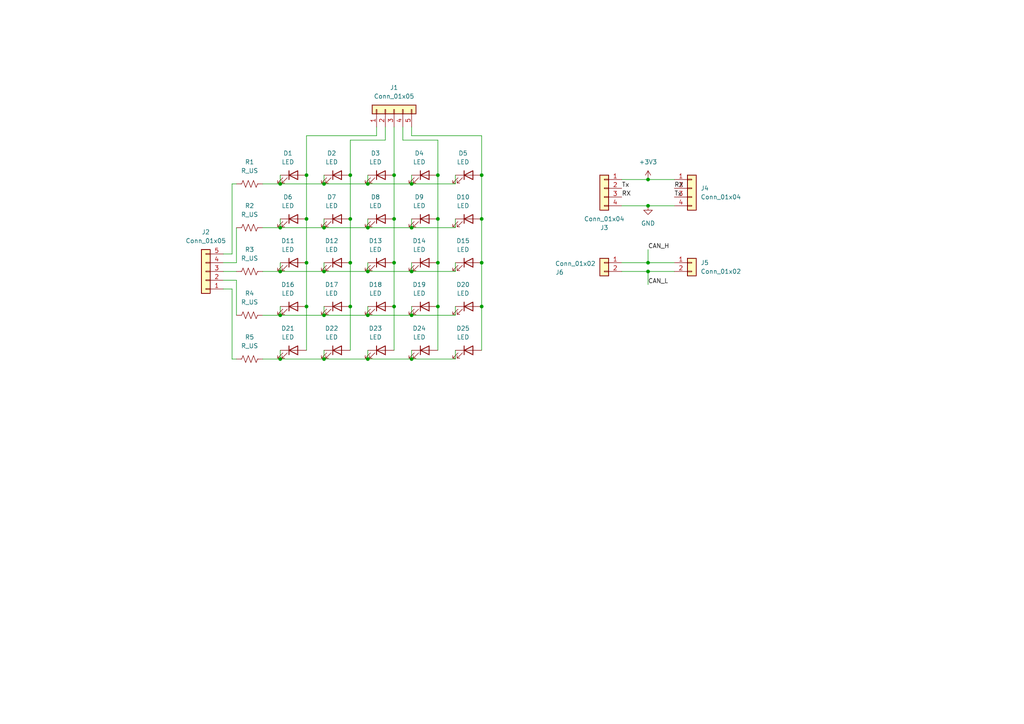
<source format=kicad_sch>
(kicad_sch (version 20231120) (generator "eeschema") (generator_version "8.0")
  (paper "A4")
  (lib_symbols
    (symbol "Connector_Generic:Conn_01x02" (pin_names (offset 1.016) hide)
      (property "Reference" "J" (at 0 2.54 0))
      (property "Value" "Conn_01x02" (at 0 -5.08 0))
      (symbol "Conn_01x02_1_1"
        (rectangle (start -1.27 -2.413) (end 0 -2.667) (stroke (width 0.1524)))
        (rectangle (start -1.27 0.127) (end 0 -0.127) (stroke (width 0.1524)))
        (rectangle (start -1.27 1.27) (end 1.27 -3.81) (stroke (width 0.254)) (fill (type background)))
        (pin passive line (at -5.08 0 0) (length 3.81) (name "Pin_1") (number "1"))
        (pin passive line (at -5.08 -2.54 0) (length 3.81) (name "Pin_2") (number "2"))
      )
    )
    (symbol "Connector_Generic:Conn_01x04" (pin_names (offset 1.016) hide)
      (property "Reference" "J" (at 0 5.08 0))
      (property "Value" "Conn_01x04" (at 0 -7.62 0))
      (symbol "Conn_01x04_1_1"
        (rectangle (start -1.27 -4.953) (end 0 -5.207) (stroke (width 0.1524)))
        (rectangle (start -1.27 -2.413) (end 0 -2.667) (stroke (width 0.1524)))
        (rectangle (start -1.27 0.127) (end 0 -0.127) (stroke (width 0.1524)))
        (rectangle (start -1.27 2.667) (end 0 2.413) (stroke (width 0.1524)))
        (rectangle (start -1.27 3.81) (end 1.27 -6.35) (stroke (width 0.254)) (fill (type background)))
        (pin passive line (at -5.08 2.54 0) (length 3.81) (name "Pin_1") (number "1"))
        (pin passive line (at -5.08 0 0) (length 3.81) (name "Pin_2") (number "2"))
        (pin passive line (at -5.08 -2.54 0) (length 3.81) (name "Pin_3") (number "3"))
        (pin passive line (at -5.08 -5.08 0) (length 3.81) (name "Pin_4") (number "4"))
      )
    )
    (symbol "Connector_Generic:Conn_01x05" (pin_names (offset 1.016) hide)
      (property "Reference" "J" (at 0 7.62 0))
      (property "Value" "Conn_01x05" (at 0 -7.62 0))
      (symbol "Conn_01x05_1_1"
        (rectangle (start -1.27 -4.953) (end 0 -5.207) (stroke (width 0.1524)))
        (rectangle (start -1.27 -2.413) (end 0 -2.667) (stroke (width 0.1524)))
        (rectangle (start -1.27 0.127) (end 0 -0.127) (stroke (width 0.1524)))
        (rectangle (start -1.27 2.667) (end 0 2.413) (stroke (width 0.1524)))
        (rectangle (start -1.27 5.207) (end 0 4.953) (stroke (width 0.1524)))
        (rectangle (start -1.27 6.35) (end 1.27 -6.35) (stroke (width 0.254)) (fill (type background)))
        (pin passive line (at -5.08 5.08 0) (length 3.81) (name "Pin_1") (number "1"))
        (pin passive line (at -5.08 2.54 0) (length 3.81) (name "Pin_2") (number "2"))
        (pin passive line (at -5.08 0 0) (length 3.81) (name "Pin_3") (number "3"))
        (pin passive line (at -5.08 -2.54 0) (length 3.81) (name "Pin_4") (number "4"))
        (pin passive line (at -5.08 -5.08 0) (length 3.81) (name "Pin_5") (number "5"))
      )
    )
    (symbol "Device:LED" (pin_numbers hide) (pin_names (offset 1.016) hide)
      (property "Reference" "D" (at 0 2.54 0))
      (property "Value" "LED" (at 0 -2.54 0))
      (symbol "LED_0_1"
        (polyline (pts (xy -1.27 -1.27) (xy -1.27 1.27)) (stroke (width 0.254)))
        (polyline (pts (xy -1.27 0) (xy 1.27 0)))
        (polyline (pts (xy 1.27 -1.27) (xy 1.27 1.27) (xy -1.27 0) (xy 1.27 -1.27)) (stroke (width 0.254)))
        (polyline (pts (xy -3.048 -0.762) (xy -4.572 -2.286) (xy -3.81 -2.286) (xy -4.572 -2.286) (xy -4.572 -1.524)))
        (polyline (pts (xy -1.778 -0.762) (xy -3.302 -2.286) (xy -2.54 -2.286) (xy -3.302 -2.286) (xy -3.302 -1.524)))
      )
      (symbol "LED_1_1"
        (pin passive line (at -3.81 0 0) (length 2.54) (name "K") (number "1"))
        (pin passive line (at 3.81 0 180) (length 2.54) (name "A") (number "2"))
      )
    )
    (symbol "Device:R_US" (pin_numbers hide) (pin_names (offset 0))
      (property "Reference" "R" (at 2.54 0 90))
      (property "Value" "R_US" (at -2.54 0 90))
      (symbol "R_US_0_1"
        (polyline (pts (xy 0 -2.286) (xy 0 -2.54)))
        (polyline (pts (xy 0 2.286) (xy 0 2.54)))
        (polyline (pts (xy 0 -0.762) (xy 1.016 -1.143) (xy 0 -1.524) (xy -1.016 -1.905) (xy 0 -2.286)))
        (polyline (pts (xy 0 0.762) (xy 1.016 0.381) (xy 0 0) (xy -1.016 -0.381) (xy 0 -0.762)))
        (polyline (pts (xy 0 2.286) (xy 1.016 1.905) (xy 0 1.524) (xy -1.016 1.143) (xy 0 0.762)))
      )
      (symbol "R_US_1_1"
        (pin passive line (at 0 3.81 270) (length 1.27) (name "~") (number "1"))
        (pin passive line (at 0 -3.81 90) (length 1.27) (name "~") (number "2"))
      )
    )
    (symbol "power:GND" (power) (pin_numbers hide) (pin_names (offset 0) hide)
      (property "Value" "GND" (at 0 -3.81 0))
      (symbol "GND_0_1"
        (polyline (pts (xy 0 0) (xy 0 -1.27) (xy 1.27 -1.27) (xy 0 -2.54) (xy -1.27 -1.27) (xy 0 -1.27)))
      )
      (symbol "GND_1_1"
        (pin power_in line (at 0 0 270) (length 0) (name "~") (number "1"))
      )
    )
    (symbol "power:VDD" (power) (pin_numbers hide) (pin_names (offset 0) hide)
      (property "Value" "VDD" (at 0 3.556 0))
      (symbol "VDD_0_1"
        (polyline (pts (xy -0.762 1.27) (xy 0 2.54)))
        (polyline (pts (xy 0 0) (xy 0 2.54)))
        (polyline (pts (xy 0 2.54) (xy 0.762 1.27)))
      )
      (symbol "VDD_1_1"
        (pin power_in line (at 0 0 90) (length 0) (name "~") (number "1"))
      )
    )
  )
  (junction (at 81.28 104.14))
  (junction (at 93.98 104.14))
  (junction (at 101.6 76.2))
  (junction (at 127 63.5))
  (junction (at 127 50.8))
  (junction (at 93.98 91.44))
  (junction (at 119.38 91.44))
  (junction (at 119.38 53.34))
  (junction (at 114.3 63.5))
  (junction (at 139.7 63.5))
  (junction (at 88.9 63.5))
  (junction (at 119.38 78.74))
  (junction (at 93.98 66.04))
  (junction (at 88.9 76.2))
  (junction (at 81.28 66.04))
  (junction (at 187.96 76.2))
  (junction (at 88.9 88.9))
  (junction (at 119.38 104.14))
  (junction (at 81.28 91.44))
  (junction (at 187.96 78.74))
  (junction (at 101.6 50.8))
  (junction (at 106.68 66.04))
  (junction (at 81.28 78.74))
  (junction (at 93.98 78.74))
  (junction (at 81.28 53.34))
  (junction (at 106.68 91.44))
  (junction (at 139.7 50.8))
  (junction (at 106.68 78.74))
  (junction (at 114.3 76.2))
  (junction (at 101.6 63.5))
  (junction (at 88.9 50.8))
  (junction (at 127 88.9))
  (junction (at 106.68 104.14))
  (junction (at 127 76.2))
  (junction (at 101.6 88.9))
  (junction (at 114.3 50.8))
  (junction (at 187.96 52.07))
  (junction (at 114.3 88.9))
  (junction (at 93.98 53.34))
  (junction (at 187.96 59.69))
  (junction (at 139.7 88.9))
  (junction (at 139.7 76.2))
  (junction (at 106.68 53.34))
  (junction (at 119.38 66.04))
  (wire (pts (xy 132.08 88.9) (xy 132.08 91.44)))
  (wire (pts (xy 127 76.2) (xy 127 88.9)))
  (wire (pts (xy 101.6 40.64) (xy 111.76 40.64)))
  (wire (pts (xy 64.77 83.82) (xy 67.31 83.82)))
  (wire (pts (xy 106.68 78.74) (xy 119.38 78.74)))
  (wire (pts (xy 106.68 76.2) (xy 106.68 78.74)))
  (wire (pts (xy 68.58 81.28) (xy 64.77 81.28)))
  (wire (pts (xy 187.96 78.74) (xy 195.58 78.74)))
  (wire (pts (xy 101.6 63.5) (xy 101.6 76.2)))
  (wire (pts (xy 93.98 88.9) (xy 93.98 91.44)))
  (wire (pts (xy 81.28 63.5) (xy 81.28 66.04)))
  (wire (pts (xy 132.08 50.8) (xy 132.08 53.34)))
  (wire (pts (xy 139.7 50.8) (xy 139.7 63.5)))
  (wire (pts (xy 180.34 52.07) (xy 187.96 52.07)))
  (wire (pts (xy 106.68 91.44) (xy 119.38 91.44)))
  (wire (pts (xy 119.38 50.8) (xy 119.38 53.34)))
  (wire (pts (xy 67.31 104.14) (xy 68.58 104.14)))
  (wire (pts (xy 101.6 40.64) (xy 101.6 50.8)))
  (wire (pts (xy 119.38 104.14) (xy 132.08 104.14)))
  (wire (pts (xy 119.38 53.34) (xy 132.08 53.34)))
  (wire (pts (xy 93.98 63.5) (xy 93.98 66.04)))
  (wire (pts (xy 67.31 83.82) (xy 67.31 104.14)))
  (wire (pts (xy 81.28 104.14) (xy 93.98 104.14)))
  (wire (pts (xy 76.2 91.44) (xy 81.28 91.44)))
  (wire (pts (xy 81.28 91.44) (xy 93.98 91.44)))
  (wire (pts (xy 106.68 101.6) (xy 106.68 104.14)))
  (wire (pts (xy 111.76 40.64) (xy 111.76 36.83)))
  (wire (pts (xy 127 50.8) (xy 127 63.5)))
  (wire (pts (xy 88.9 39.37) (xy 88.9 50.8)))
  (wire (pts (xy 101.6 50.8) (xy 101.6 63.5)))
  (wire (pts (xy 106.68 53.34) (xy 119.38 53.34)))
  (wire (pts (xy 81.28 66.04) (xy 93.98 66.04)))
  (wire (pts (xy 106.68 88.9) (xy 106.68 91.44)))
  (wire (pts (xy 93.98 91.44) (xy 106.68 91.44)))
  (wire (pts (xy 76.2 78.74) (xy 81.28 78.74)))
  (wire (pts (xy 101.6 88.9) (xy 101.6 101.6)))
  (wire (pts (xy 68.58 81.28) (xy 68.58 91.44)))
  (wire (pts (xy 119.38 88.9) (xy 119.38 91.44)))
  (wire (pts (xy 81.28 78.74) (xy 93.98 78.74)))
  (wire (pts (xy 68.58 76.2) (xy 64.77 76.2)))
  (wire (pts (xy 180.34 78.74) (xy 187.96 78.74)))
  (wire (pts (xy 119.38 63.5) (xy 119.38 66.04)))
  (wire (pts (xy 119.38 76.2) (xy 119.38 78.74)))
  (wire (pts (xy 114.3 63.5) (xy 114.3 76.2)))
  (wire (pts (xy 93.98 101.6) (xy 93.98 104.14)))
  (wire (pts (xy 119.38 101.6) (xy 119.38 104.14)))
  (wire (pts (xy 106.68 50.8) (xy 106.68 53.34)))
  (wire (pts (xy 93.98 104.14) (xy 106.68 104.14)))
  (wire (pts (xy 93.98 53.34) (xy 106.68 53.34)))
  (wire (pts (xy 101.6 76.2) (xy 101.6 88.9)))
  (wire (pts (xy 106.68 66.04) (xy 119.38 66.04)))
  (wire (pts (xy 187.96 52.07) (xy 195.58 52.07)))
  (wire (pts (xy 132.08 101.6) (xy 132.08 104.14)))
  (wire (pts (xy 132.08 63.5) (xy 132.08 66.04)))
  (wire (pts (xy 119.38 66.04) (xy 132.08 66.04)))
  (wire (pts (xy 81.28 88.9) (xy 81.28 91.44)))
  (wire (pts (xy 93.98 78.74) (xy 106.68 78.74)))
  (wire (pts (xy 119.38 36.83) (xy 119.38 39.37)))
  (wire (pts (xy 127 40.64) (xy 127 50.8)))
  (wire (pts (xy 114.3 36.83) (xy 114.3 50.8)))
  (wire (pts (xy 81.28 53.34) (xy 93.98 53.34)))
  (wire (pts (xy 68.58 53.34) (xy 67.31 53.34)))
  (wire (pts (xy 127 88.9) (xy 127 101.6)))
  (wire (pts (xy 116.84 40.64) (xy 127 40.64)))
  (wire (pts (xy 119.38 39.37) (xy 139.7 39.37)))
  (wire (pts (xy 88.9 50.8) (xy 88.9 63.5)))
  (wire (pts (xy 93.98 66.04) (xy 106.68 66.04)))
  (wire (pts (xy 81.28 76.2) (xy 81.28 78.74)))
  (wire (pts (xy 139.7 39.37) (xy 139.7 50.8)))
  (wire (pts (xy 81.28 50.8) (xy 81.28 53.34)))
  (wire (pts (xy 187.96 78.74) (xy 187.96 82.55)))
  (wire (pts (xy 116.84 40.64) (xy 116.84 36.83)))
  (wire (pts (xy 68.58 66.04) (xy 68.58 76.2)))
  (wire (pts (xy 187.96 72.39) (xy 187.96 76.2)))
  (wire (pts (xy 67.31 53.34) (xy 67.31 73.66)))
  (wire (pts (xy 114.3 50.8) (xy 114.3 63.5)))
  (wire (pts (xy 114.3 88.9) (xy 114.3 101.6)))
  (wire (pts (xy 139.7 76.2) (xy 139.7 88.9)))
  (wire (pts (xy 88.9 76.2) (xy 88.9 88.9)))
  (wire (pts (xy 139.7 63.5) (xy 139.7 76.2)))
  (wire (pts (xy 76.2 53.34) (xy 81.28 53.34)))
  (wire (pts (xy 93.98 50.8) (xy 93.98 53.34)))
  (wire (pts (xy 180.34 76.2) (xy 187.96 76.2)))
  (wire (pts (xy 88.9 63.5) (xy 88.9 76.2)))
  (wire (pts (xy 114.3 76.2) (xy 114.3 88.9)))
  (wire (pts (xy 88.9 88.9) (xy 88.9 101.6)))
  (wire (pts (xy 132.08 76.2) (xy 132.08 78.74)))
  (wire (pts (xy 76.2 66.04) (xy 81.28 66.04)))
  (wire (pts (xy 106.68 104.14) (xy 119.38 104.14)))
  (wire (pts (xy 180.34 59.69) (xy 187.96 59.69)))
  (wire (pts (xy 76.2 104.14) (xy 81.28 104.14)))
  (wire (pts (xy 187.96 59.69) (xy 195.58 59.69)))
  (wire (pts (xy 64.77 78.74) (xy 68.58 78.74)))
  (wire (pts (xy 119.38 78.74) (xy 132.08 78.74)))
  (wire (pts (xy 139.7 88.9) (xy 139.7 101.6)))
  (wire (pts (xy 109.22 39.37) (xy 109.22 36.83)))
  (wire (pts (xy 187.96 76.2) (xy 195.58 76.2)))
  (wire (pts (xy 119.38 91.44) (xy 132.08 91.44)))
  (wire (pts (xy 93.98 76.2) (xy 93.98 78.74)))
  (wire (pts (xy 127 63.5) (xy 127 76.2)))
  (wire (pts (xy 88.9 39.37) (xy 109.22 39.37)))
  (wire (pts (xy 67.31 73.66) (xy 64.77 73.66)))
  (wire (pts (xy 106.68 63.5) (xy 106.68 66.04)))
  (wire (pts (xy 81.28 101.6) (xy 81.28 104.14)))
  (label "Tx" (at 195.58 57.15 0))
  (label "RX" (at 195.58 54.61 0))
  (label "CAN_H" (at 187.96 72.39 0))
  (label "RX" (at 180.34 57.15 0))
  (label "Tx" (at 180.34 54.61 0))
  (label "CAN_L" (at 187.96 82.55 0))
  (symbol (lib_id "Device:LED") (at 110.49 88.9 0) (unit 1)
    (property "Reference" "D18" (at 108.9025 82.55 0))
    (property "Value" "LED" (at 108.9025 85.09 0))
    (property "Description" "Light emitting diode" (effects (hide yes)))
  )
  (symbol (lib_id "Device:LED") (at 123.19 50.8 0) (unit 1)
    (property "Reference" "D4" (at 121.6025 44.45 0))
    (property "Value" "LED" (at 121.6025 46.99 0))
    (property "Description" "Light emitting diode" (effects (hide yes)))
  )
  (symbol (lib_id "Device:R_US") (at 72.39 66.04 90) (unit 1)
    (property "Reference" "R2" (at 72.39 59.69 90))
    (property "Value" "R_US" (at 72.39 62.23 90))
    (property "Description" "Resistor, US symbol" (effects (hide yes)))
  )
  (symbol (lib_id "Device:LED") (at 110.49 50.8 0) (unit 1)
    (property "Reference" "D3" (at 108.9025 44.45 0))
    (property "Value" "LED" (at 108.9025 46.99 0))
    (property "Description" "Light emitting diode" (effects (hide yes)))
  )
  (symbol (lib_id "power:VDD") (at 187.96 52.07 0) (unit 1)
    (property "Reference" "#PWR02" (effects (hide yes)))
    (property "Value" "+3V3" (at 187.96 46.99 0))
    (property "Description" "Power symbol creates a global label with name \"VDD\"" (effects (hide yes)))
  )
  (symbol (lib_id "Connector_Generic:Conn_01x02") (at 175.26 76.2 0) (mirror y) (unit 1)
    (property "Reference" "J6" (at 162.306 78.994 0))
    (property "Value" "Conn_01x02" (at 166.878 76.454 0))
    (property "Description" "Generic connector, single row, 01x02, script generated (kicad-library-utils/schlib/autogen/connector/)" (effects (hide yes)))
  )
  (symbol (lib_id "Device:LED") (at 85.09 101.6 0) (unit 1)
    (property "Reference" "D21" (at 83.5025 95.25 0))
    (property "Value" "LED" (at 83.5025 97.79 0))
    (property "Description" "Light emitting diode" (effects (hide yes)))
  )
  (symbol (lib_id "Device:LED") (at 85.09 88.9 0) (unit 1)
    (property "Reference" "D16" (at 83.5025 82.55 0))
    (property "Value" "LED" (at 83.5025 85.09 0))
    (property "Description" "Light emitting diode" (effects (hide yes)))
  )
  (symbol (lib_id "Device:LED") (at 123.19 63.5 0) (unit 1)
    (property "Reference" "D9" (at 121.6025 57.15 0))
    (property "Value" "LED" (at 121.6025 59.69 0))
    (property "Description" "Light emitting diode" (effects (hide yes)))
  )
  (symbol (lib_id "Device:R_US") (at 72.39 53.34 90) (unit 1)
    (property "Reference" "R1" (at 72.39 46.99 90))
    (property "Value" "R_US" (at 72.39 49.53 90))
    (property "Description" "Resistor, US symbol" (effects (hide yes)))
  )
  (symbol (lib_id "Device:LED") (at 135.89 101.6 0) (unit 1)
    (property "Reference" "D25" (at 134.3025 95.25 0))
    (property "Value" "LED" (at 134.3025 97.79 0))
    (property "Description" "Light emitting diode" (effects (hide yes)))
  )
  (symbol (lib_id "power:GND") (at 187.96 59.69 0) (unit 1)
    (property "Reference" "#PWR01" (effects (hide yes)))
    (property "Value" "GND" (at 187.96 64.77 0))
    (property "Description" "Power symbol creates a global label with name \"GND\" , ground" (effects (hide yes)))
  )
  (symbol (lib_id "Device:R_US") (at 72.39 104.14 90) (unit 1)
    (property "Reference" "R5" (at 72.39 97.79 90))
    (property "Value" "R_US" (at 72.39 100.33 90))
    (property "Description" "Resistor, US symbol" (effects (hide yes)))
  )
  (symbol (lib_id "Device:LED") (at 123.19 76.2 0) (unit 1)
    (property "Reference" "D14" (at 121.6025 69.85 0))
    (property "Value" "LED" (at 121.6025 72.39 0))
    (property "Description" "Light emitting diode" (effects (hide yes)))
  )
  (symbol (lib_id "Device:R_US") (at 72.39 91.44 90) (unit 1)
    (property "Reference" "R4" (at 72.39 85.09 90))
    (property "Value" "R_US" (at 72.39 87.63 90))
    (property "Description" "Resistor, US symbol" (effects (hide yes)))
  )
  (symbol (lib_id "Device:LED") (at 135.89 76.2 0) (unit 1)
    (property "Reference" "D15" (at 134.3025 69.85 0))
    (property "Value" "LED" (at 134.3025 72.39 0))
    (property "Description" "Light emitting diode" (effects (hide yes)))
  )
  (symbol (lib_id "Connector_Generic:Conn_01x04") (at 200.66 54.61 0) (unit 1)
    (property "Reference" "J4" (at 203.2 54.6099 0) (effects (justify left)))
    (property "Value" "Conn_01x04" (at 203.2 57.1499 0) (effects (justify left)))
    (property "Description" "Generic connector, single row, 01x04, script generated (kicad-library-utils/schlib/autogen/connector/)" (effects (hide yes)))
  )
  (symbol (lib_id "Device:LED") (at 123.19 101.6 0) (unit 1)
    (property "Reference" "D24" (at 121.6025 95.25 0))
    (property "Value" "LED" (at 121.6025 97.79 0))
    (property "Description" "Light emitting diode" (effects (hide yes)))
  )
  (symbol (lib_id "Device:LED") (at 97.79 63.5 0) (unit 1)
    (property "Reference" "D7" (at 96.2025 57.15 0))
    (property "Value" "LED" (at 96.2025 59.69 0))
    (property "Description" "Light emitting diode" (effects (hide yes)))
  )
  (symbol (lib_id "Connector_Generic:Conn_01x05") (at 59.69 78.74 180) (unit 1)
    (property "Reference" "J2" (at 59.69 67.31 0))
    (property "Value" "Conn_01x05" (at 59.69 69.85 0))
    (property "Description" "Generic connector, single row, 01x05, script generated (kicad-library-utils/schlib/autogen/connector/)" (effects (hide yes)))
  )
  (symbol (lib_id "Device:LED") (at 110.49 101.6 0) (unit 1)
    (property "Reference" "D23" (at 108.9025 95.25 0))
    (property "Value" "LED" (at 108.9025 97.79 0))
    (property "Description" "Light emitting diode" (effects (hide yes)))
  )
  (symbol (lib_id "Device:LED") (at 123.19 88.9 0) (unit 1)
    (property "Reference" "D19" (at 121.6025 82.55 0))
    (property "Value" "LED" (at 121.6025 85.09 0))
    (property "Description" "Light emitting diode" (effects (hide yes)))
  )
  (symbol (lib_id "Device:LED") (at 97.79 88.9 0) (unit 1)
    (property "Reference" "D17" (at 96.2025 82.55 0))
    (property "Value" "LED" (at 96.2025 85.09 0))
    (property "Description" "Light emitting diode" (effects (hide yes)))
  )
  (symbol (lib_id "Connector_Generic:Conn_01x02") (at 200.66 76.2 0) (unit 1)
    (property "Reference" "J5" (at 203.2 76.1999 0) (effects (justify left)))
    (property "Value" "Conn_01x02" (at 203.2 78.7399 0) (effects (justify left)))
    (property "Description" "Generic connector, single row, 01x02, script generated (kicad-library-utils/schlib/autogen/connector/)" (effects (hide yes)))
  )
  (symbol (lib_id "Connector_Generic:Conn_01x05") (at 114.3 31.75 90) (unit 1)
    (property "Reference" "J1" (at 114.3 25.4 90))
    (property "Value" "Conn_01x05" (at 114.3 27.94 90))
    (property "Description" "Generic connector, single row, 01x05, script generated (kicad-library-utils/schlib/autogen/connector/)" (effects (hide yes)))
  )
  (symbol (lib_id "Device:LED") (at 135.89 63.5 0) (unit 1)
    (property "Reference" "D10" (at 134.3025 57.15 0))
    (property "Value" "LED" (at 134.3025 59.69 0))
    (property "Description" "Light emitting diode" (effects (hide yes)))
  )
  (symbol (lib_id "Device:LED") (at 85.09 50.8 0) (unit 1)
    (property "Reference" "D1" (at 83.5025 44.45 0))
    (property "Value" "LED" (at 83.5025 46.99 0))
    (property "Description" "Light emitting diode" (effects (hide yes)))
  )
  (symbol (lib_id "Device:LED") (at 110.49 76.2 0) (unit 1)
    (property "Reference" "D13" (at 108.9025 69.85 0))
    (property "Value" "LED" (at 108.9025 72.39 0))
    (property "Description" "Light emitting diode" (effects (hide yes)))
  )
  (symbol (lib_id "Connector_Generic:Conn_01x04") (at 175.26 54.61 0) (mirror y) (unit 1)
    (property "Reference" "J3" (at 175.26 66.04 0))
    (property "Value" "Conn_01x04" (at 175.26 63.5 0))
    (property "Description" "Generic connector, single row, 01x04, script generated (kicad-library-utils/schlib/autogen/connector/)" (effects (hide yes)))
  )
  (symbol (lib_id "Device:LED") (at 85.09 76.2 0) (unit 1)
    (property "Reference" "D11" (at 83.5025 69.85 0))
    (property "Value" "LED" (at 83.5025 72.39 0))
    (property "Description" "Light emitting diode" (effects (hide yes)))
  )
  (symbol (lib_id "Device:LED") (at 97.79 50.8 0) (unit 1)
    (property "Reference" "D2" (at 96.2025 44.45 0))
    (property "Value" "LED" (at 96.2025 46.99 0))
    (property "Description" "Light emitting diode" (effects (hide yes)))
  )
  (symbol (lib_id "Device:LED") (at 85.09 63.5 0) (unit 1)
    (property "Reference" "D6" (at 83.5025 57.15 0))
    (property "Value" "LED" (at 83.5025 59.69 0))
    (property "Description" "Light emitting diode" (effects (hide yes)))
  )
  (symbol (lib_id "Device:R_US") (at 72.39 78.74 90) (unit 1)
    (property "Reference" "R3" (at 72.39 72.39 90))
    (property "Value" "R_US" (at 72.39 74.93 90))
    (property "Description" "Resistor, US symbol" (effects (hide yes)))
  )
  (symbol (lib_id "Device:LED") (at 97.79 76.2 0) (unit 1)
    (property "Reference" "D12" (at 96.2025 69.85 0))
    (property "Value" "LED" (at 96.2025 72.39 0))
    (property "Description" "Light emitting diode" (effects (hide yes)))
  )
  (symbol (lib_id "Device:LED") (at 135.89 88.9 0) (unit 1)
    (property "Reference" "D20" (at 134.3025 82.55 0))
    (property "Value" "LED" (at 134.3025 85.09 0))
    (property "Description" "Light emitting diode" (effects (hide yes)))
  )
  (symbol (lib_id "Device:LED") (at 135.89 50.8 0) (unit 1)
    (property "Reference" "D5" (at 134.3025 44.45 0))
    (property "Value" "LED" (at 134.3025 46.99 0))
    (property "Description" "Light emitting diode" (effects (hide yes)))
  )
  (symbol (lib_id "Device:LED") (at 110.49 63.5 0) (unit 1)
    (property "Reference" "D8" (at 108.9025 57.15 0))
    (property "Value" "LED" (at 108.9025 59.69 0))
    (property "Description" "Light emitting diode" (effects (hide yes)))
  )
  (symbol (lib_id "Device:LED") (at 97.79 101.6 0) (unit 1)
    (property "Reference" "D22" (at 96.2025 95.25 0))
    (property "Value" "LED" (at 96.2025 97.79 0))
    (property "Description" "Light emitting diode" (effects (hide yes)))
  )
)
</source>
